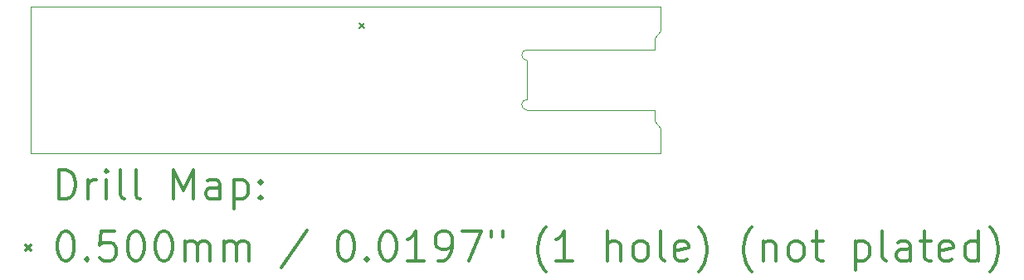
<source format=gbr>
%FSLAX45Y45*%
G04 Gerber Fmt 4.5, Leading zero omitted, Abs format (unit mm)*
G04 Created by KiCad (PCBNEW 5.1.10) date 2021-08-01 14:45:27*
%MOMM*%
%LPD*%
G01*
G04 APERTURE LIST*
%TA.AperFunction,Profile*%
%ADD10C,0.050000*%
%TD*%
%ADD11C,0.200000*%
%ADD12C,0.300000*%
G04 APERTURE END LIST*
D10*
X17835000Y-10477500D02*
X17900000Y-10400000D01*
X17835000Y-10593000D02*
X17835000Y-10477500D01*
X17835000Y-10593000D02*
X16535000Y-10593000D01*
X11475000Y-10150000D02*
X11475000Y-11650000D01*
X16535000Y-10700000D02*
G75*
G02*
X16535000Y-10593000I0J53500D01*
G01*
X16535000Y-11207000D02*
G75*
G02*
X16535000Y-11100000I0J53500D01*
G01*
X17835000Y-11207000D02*
X17835000Y-11322500D01*
X16535000Y-11207000D02*
X17835000Y-11207000D01*
X16535000Y-10700000D02*
X16535000Y-11100000D01*
X11475000Y-11650000D02*
X17900000Y-11650000D01*
X17900000Y-10150000D02*
X11475000Y-10150000D01*
X17900000Y-10400000D02*
X17900000Y-10150000D01*
X17900000Y-11400000D02*
X17900000Y-11650000D01*
X17835000Y-11322500D02*
X17900000Y-11400000D01*
D11*
X14825000Y-10325000D02*
X14875000Y-10375000D01*
X14875000Y-10325000D02*
X14825000Y-10375000D01*
D12*
X11758928Y-12118214D02*
X11758928Y-11818214D01*
X11830357Y-11818214D01*
X11873214Y-11832500D01*
X11901786Y-11861071D01*
X11916071Y-11889643D01*
X11930357Y-11946786D01*
X11930357Y-11989643D01*
X11916071Y-12046786D01*
X11901786Y-12075357D01*
X11873214Y-12103929D01*
X11830357Y-12118214D01*
X11758928Y-12118214D01*
X12058928Y-12118214D02*
X12058928Y-11918214D01*
X12058928Y-11975357D02*
X12073214Y-11946786D01*
X12087500Y-11932500D01*
X12116071Y-11918214D01*
X12144643Y-11918214D01*
X12244643Y-12118214D02*
X12244643Y-11918214D01*
X12244643Y-11818214D02*
X12230357Y-11832500D01*
X12244643Y-11846786D01*
X12258928Y-11832500D01*
X12244643Y-11818214D01*
X12244643Y-11846786D01*
X12430357Y-12118214D02*
X12401786Y-12103929D01*
X12387500Y-12075357D01*
X12387500Y-11818214D01*
X12587500Y-12118214D02*
X12558928Y-12103929D01*
X12544643Y-12075357D01*
X12544643Y-11818214D01*
X12930357Y-12118214D02*
X12930357Y-11818214D01*
X13030357Y-12032500D01*
X13130357Y-11818214D01*
X13130357Y-12118214D01*
X13401786Y-12118214D02*
X13401786Y-11961071D01*
X13387500Y-11932500D01*
X13358928Y-11918214D01*
X13301786Y-11918214D01*
X13273214Y-11932500D01*
X13401786Y-12103929D02*
X13373214Y-12118214D01*
X13301786Y-12118214D01*
X13273214Y-12103929D01*
X13258928Y-12075357D01*
X13258928Y-12046786D01*
X13273214Y-12018214D01*
X13301786Y-12003929D01*
X13373214Y-12003929D01*
X13401786Y-11989643D01*
X13544643Y-11918214D02*
X13544643Y-12218214D01*
X13544643Y-11932500D02*
X13573214Y-11918214D01*
X13630357Y-11918214D01*
X13658928Y-11932500D01*
X13673214Y-11946786D01*
X13687500Y-11975357D01*
X13687500Y-12061071D01*
X13673214Y-12089643D01*
X13658928Y-12103929D01*
X13630357Y-12118214D01*
X13573214Y-12118214D01*
X13544643Y-12103929D01*
X13816071Y-12089643D02*
X13830357Y-12103929D01*
X13816071Y-12118214D01*
X13801786Y-12103929D01*
X13816071Y-12089643D01*
X13816071Y-12118214D01*
X13816071Y-11932500D02*
X13830357Y-11946786D01*
X13816071Y-11961071D01*
X13801786Y-11946786D01*
X13816071Y-11932500D01*
X13816071Y-11961071D01*
X11422500Y-12587500D02*
X11472500Y-12637500D01*
X11472500Y-12587500D02*
X11422500Y-12637500D01*
X11816071Y-12448214D02*
X11844643Y-12448214D01*
X11873214Y-12462500D01*
X11887500Y-12476786D01*
X11901786Y-12505357D01*
X11916071Y-12562500D01*
X11916071Y-12633929D01*
X11901786Y-12691071D01*
X11887500Y-12719643D01*
X11873214Y-12733929D01*
X11844643Y-12748214D01*
X11816071Y-12748214D01*
X11787500Y-12733929D01*
X11773214Y-12719643D01*
X11758928Y-12691071D01*
X11744643Y-12633929D01*
X11744643Y-12562500D01*
X11758928Y-12505357D01*
X11773214Y-12476786D01*
X11787500Y-12462500D01*
X11816071Y-12448214D01*
X12044643Y-12719643D02*
X12058928Y-12733929D01*
X12044643Y-12748214D01*
X12030357Y-12733929D01*
X12044643Y-12719643D01*
X12044643Y-12748214D01*
X12330357Y-12448214D02*
X12187500Y-12448214D01*
X12173214Y-12591071D01*
X12187500Y-12576786D01*
X12216071Y-12562500D01*
X12287500Y-12562500D01*
X12316071Y-12576786D01*
X12330357Y-12591071D01*
X12344643Y-12619643D01*
X12344643Y-12691071D01*
X12330357Y-12719643D01*
X12316071Y-12733929D01*
X12287500Y-12748214D01*
X12216071Y-12748214D01*
X12187500Y-12733929D01*
X12173214Y-12719643D01*
X12530357Y-12448214D02*
X12558928Y-12448214D01*
X12587500Y-12462500D01*
X12601786Y-12476786D01*
X12616071Y-12505357D01*
X12630357Y-12562500D01*
X12630357Y-12633929D01*
X12616071Y-12691071D01*
X12601786Y-12719643D01*
X12587500Y-12733929D01*
X12558928Y-12748214D01*
X12530357Y-12748214D01*
X12501786Y-12733929D01*
X12487500Y-12719643D01*
X12473214Y-12691071D01*
X12458928Y-12633929D01*
X12458928Y-12562500D01*
X12473214Y-12505357D01*
X12487500Y-12476786D01*
X12501786Y-12462500D01*
X12530357Y-12448214D01*
X12816071Y-12448214D02*
X12844643Y-12448214D01*
X12873214Y-12462500D01*
X12887500Y-12476786D01*
X12901786Y-12505357D01*
X12916071Y-12562500D01*
X12916071Y-12633929D01*
X12901786Y-12691071D01*
X12887500Y-12719643D01*
X12873214Y-12733929D01*
X12844643Y-12748214D01*
X12816071Y-12748214D01*
X12787500Y-12733929D01*
X12773214Y-12719643D01*
X12758928Y-12691071D01*
X12744643Y-12633929D01*
X12744643Y-12562500D01*
X12758928Y-12505357D01*
X12773214Y-12476786D01*
X12787500Y-12462500D01*
X12816071Y-12448214D01*
X13044643Y-12748214D02*
X13044643Y-12548214D01*
X13044643Y-12576786D02*
X13058928Y-12562500D01*
X13087500Y-12548214D01*
X13130357Y-12548214D01*
X13158928Y-12562500D01*
X13173214Y-12591071D01*
X13173214Y-12748214D01*
X13173214Y-12591071D02*
X13187500Y-12562500D01*
X13216071Y-12548214D01*
X13258928Y-12548214D01*
X13287500Y-12562500D01*
X13301786Y-12591071D01*
X13301786Y-12748214D01*
X13444643Y-12748214D02*
X13444643Y-12548214D01*
X13444643Y-12576786D02*
X13458928Y-12562500D01*
X13487500Y-12548214D01*
X13530357Y-12548214D01*
X13558928Y-12562500D01*
X13573214Y-12591071D01*
X13573214Y-12748214D01*
X13573214Y-12591071D02*
X13587500Y-12562500D01*
X13616071Y-12548214D01*
X13658928Y-12548214D01*
X13687500Y-12562500D01*
X13701786Y-12591071D01*
X13701786Y-12748214D01*
X14287500Y-12433929D02*
X14030357Y-12819643D01*
X14673214Y-12448214D02*
X14701786Y-12448214D01*
X14730357Y-12462500D01*
X14744643Y-12476786D01*
X14758928Y-12505357D01*
X14773214Y-12562500D01*
X14773214Y-12633929D01*
X14758928Y-12691071D01*
X14744643Y-12719643D01*
X14730357Y-12733929D01*
X14701786Y-12748214D01*
X14673214Y-12748214D01*
X14644643Y-12733929D01*
X14630357Y-12719643D01*
X14616071Y-12691071D01*
X14601786Y-12633929D01*
X14601786Y-12562500D01*
X14616071Y-12505357D01*
X14630357Y-12476786D01*
X14644643Y-12462500D01*
X14673214Y-12448214D01*
X14901786Y-12719643D02*
X14916071Y-12733929D01*
X14901786Y-12748214D01*
X14887500Y-12733929D01*
X14901786Y-12719643D01*
X14901786Y-12748214D01*
X15101786Y-12448214D02*
X15130357Y-12448214D01*
X15158928Y-12462500D01*
X15173214Y-12476786D01*
X15187500Y-12505357D01*
X15201786Y-12562500D01*
X15201786Y-12633929D01*
X15187500Y-12691071D01*
X15173214Y-12719643D01*
X15158928Y-12733929D01*
X15130357Y-12748214D01*
X15101786Y-12748214D01*
X15073214Y-12733929D01*
X15058928Y-12719643D01*
X15044643Y-12691071D01*
X15030357Y-12633929D01*
X15030357Y-12562500D01*
X15044643Y-12505357D01*
X15058928Y-12476786D01*
X15073214Y-12462500D01*
X15101786Y-12448214D01*
X15487500Y-12748214D02*
X15316071Y-12748214D01*
X15401786Y-12748214D02*
X15401786Y-12448214D01*
X15373214Y-12491071D01*
X15344643Y-12519643D01*
X15316071Y-12533929D01*
X15630357Y-12748214D02*
X15687500Y-12748214D01*
X15716071Y-12733929D01*
X15730357Y-12719643D01*
X15758928Y-12676786D01*
X15773214Y-12619643D01*
X15773214Y-12505357D01*
X15758928Y-12476786D01*
X15744643Y-12462500D01*
X15716071Y-12448214D01*
X15658928Y-12448214D01*
X15630357Y-12462500D01*
X15616071Y-12476786D01*
X15601786Y-12505357D01*
X15601786Y-12576786D01*
X15616071Y-12605357D01*
X15630357Y-12619643D01*
X15658928Y-12633929D01*
X15716071Y-12633929D01*
X15744643Y-12619643D01*
X15758928Y-12605357D01*
X15773214Y-12576786D01*
X15873214Y-12448214D02*
X16073214Y-12448214D01*
X15944643Y-12748214D01*
X16173214Y-12448214D02*
X16173214Y-12505357D01*
X16287500Y-12448214D02*
X16287500Y-12505357D01*
X16730357Y-12862500D02*
X16716071Y-12848214D01*
X16687500Y-12805357D01*
X16673214Y-12776786D01*
X16658928Y-12733929D01*
X16644643Y-12662500D01*
X16644643Y-12605357D01*
X16658928Y-12533929D01*
X16673214Y-12491071D01*
X16687500Y-12462500D01*
X16716071Y-12419643D01*
X16730357Y-12405357D01*
X17001786Y-12748214D02*
X16830357Y-12748214D01*
X16916071Y-12748214D02*
X16916071Y-12448214D01*
X16887500Y-12491071D01*
X16858928Y-12519643D01*
X16830357Y-12533929D01*
X17358928Y-12748214D02*
X17358928Y-12448214D01*
X17487500Y-12748214D02*
X17487500Y-12591071D01*
X17473214Y-12562500D01*
X17444643Y-12548214D01*
X17401786Y-12548214D01*
X17373214Y-12562500D01*
X17358928Y-12576786D01*
X17673214Y-12748214D02*
X17644643Y-12733929D01*
X17630357Y-12719643D01*
X17616071Y-12691071D01*
X17616071Y-12605357D01*
X17630357Y-12576786D01*
X17644643Y-12562500D01*
X17673214Y-12548214D01*
X17716071Y-12548214D01*
X17744643Y-12562500D01*
X17758928Y-12576786D01*
X17773214Y-12605357D01*
X17773214Y-12691071D01*
X17758928Y-12719643D01*
X17744643Y-12733929D01*
X17716071Y-12748214D01*
X17673214Y-12748214D01*
X17944643Y-12748214D02*
X17916071Y-12733929D01*
X17901786Y-12705357D01*
X17901786Y-12448214D01*
X18173214Y-12733929D02*
X18144643Y-12748214D01*
X18087500Y-12748214D01*
X18058928Y-12733929D01*
X18044643Y-12705357D01*
X18044643Y-12591071D01*
X18058928Y-12562500D01*
X18087500Y-12548214D01*
X18144643Y-12548214D01*
X18173214Y-12562500D01*
X18187500Y-12591071D01*
X18187500Y-12619643D01*
X18044643Y-12648214D01*
X18287500Y-12862500D02*
X18301786Y-12848214D01*
X18330357Y-12805357D01*
X18344643Y-12776786D01*
X18358928Y-12733929D01*
X18373214Y-12662500D01*
X18373214Y-12605357D01*
X18358928Y-12533929D01*
X18344643Y-12491071D01*
X18330357Y-12462500D01*
X18301786Y-12419643D01*
X18287500Y-12405357D01*
X18830357Y-12862500D02*
X18816071Y-12848214D01*
X18787500Y-12805357D01*
X18773214Y-12776786D01*
X18758928Y-12733929D01*
X18744643Y-12662500D01*
X18744643Y-12605357D01*
X18758928Y-12533929D01*
X18773214Y-12491071D01*
X18787500Y-12462500D01*
X18816071Y-12419643D01*
X18830357Y-12405357D01*
X18944643Y-12548214D02*
X18944643Y-12748214D01*
X18944643Y-12576786D02*
X18958928Y-12562500D01*
X18987500Y-12548214D01*
X19030357Y-12548214D01*
X19058928Y-12562500D01*
X19073214Y-12591071D01*
X19073214Y-12748214D01*
X19258928Y-12748214D02*
X19230357Y-12733929D01*
X19216071Y-12719643D01*
X19201786Y-12691071D01*
X19201786Y-12605357D01*
X19216071Y-12576786D01*
X19230357Y-12562500D01*
X19258928Y-12548214D01*
X19301786Y-12548214D01*
X19330357Y-12562500D01*
X19344643Y-12576786D01*
X19358928Y-12605357D01*
X19358928Y-12691071D01*
X19344643Y-12719643D01*
X19330357Y-12733929D01*
X19301786Y-12748214D01*
X19258928Y-12748214D01*
X19444643Y-12548214D02*
X19558928Y-12548214D01*
X19487500Y-12448214D02*
X19487500Y-12705357D01*
X19501786Y-12733929D01*
X19530357Y-12748214D01*
X19558928Y-12748214D01*
X19887500Y-12548214D02*
X19887500Y-12848214D01*
X19887500Y-12562500D02*
X19916071Y-12548214D01*
X19973214Y-12548214D01*
X20001786Y-12562500D01*
X20016071Y-12576786D01*
X20030357Y-12605357D01*
X20030357Y-12691071D01*
X20016071Y-12719643D01*
X20001786Y-12733929D01*
X19973214Y-12748214D01*
X19916071Y-12748214D01*
X19887500Y-12733929D01*
X20201786Y-12748214D02*
X20173214Y-12733929D01*
X20158928Y-12705357D01*
X20158928Y-12448214D01*
X20444643Y-12748214D02*
X20444643Y-12591071D01*
X20430357Y-12562500D01*
X20401786Y-12548214D01*
X20344643Y-12548214D01*
X20316071Y-12562500D01*
X20444643Y-12733929D02*
X20416071Y-12748214D01*
X20344643Y-12748214D01*
X20316071Y-12733929D01*
X20301786Y-12705357D01*
X20301786Y-12676786D01*
X20316071Y-12648214D01*
X20344643Y-12633929D01*
X20416071Y-12633929D01*
X20444643Y-12619643D01*
X20544643Y-12548214D02*
X20658928Y-12548214D01*
X20587500Y-12448214D02*
X20587500Y-12705357D01*
X20601786Y-12733929D01*
X20630357Y-12748214D01*
X20658928Y-12748214D01*
X20873214Y-12733929D02*
X20844643Y-12748214D01*
X20787500Y-12748214D01*
X20758928Y-12733929D01*
X20744643Y-12705357D01*
X20744643Y-12591071D01*
X20758928Y-12562500D01*
X20787500Y-12548214D01*
X20844643Y-12548214D01*
X20873214Y-12562500D01*
X20887500Y-12591071D01*
X20887500Y-12619643D01*
X20744643Y-12648214D01*
X21144643Y-12748214D02*
X21144643Y-12448214D01*
X21144643Y-12733929D02*
X21116071Y-12748214D01*
X21058928Y-12748214D01*
X21030357Y-12733929D01*
X21016071Y-12719643D01*
X21001786Y-12691071D01*
X21001786Y-12605357D01*
X21016071Y-12576786D01*
X21030357Y-12562500D01*
X21058928Y-12548214D01*
X21116071Y-12548214D01*
X21144643Y-12562500D01*
X21258928Y-12862500D02*
X21273214Y-12848214D01*
X21301786Y-12805357D01*
X21316071Y-12776786D01*
X21330357Y-12733929D01*
X21344643Y-12662500D01*
X21344643Y-12605357D01*
X21330357Y-12533929D01*
X21316071Y-12491071D01*
X21301786Y-12462500D01*
X21273214Y-12419643D01*
X21258928Y-12405357D01*
M02*

</source>
